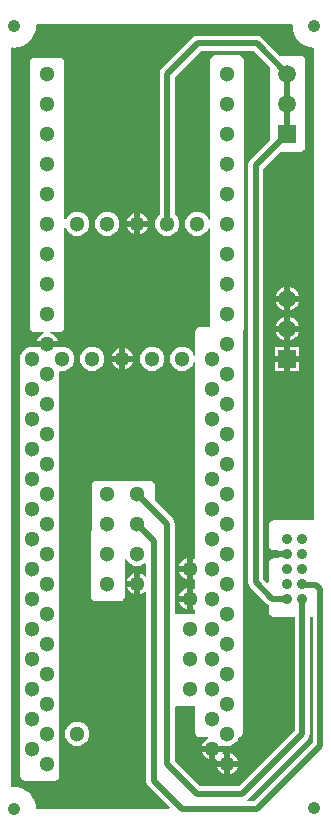
<source format=gbl>
G04 Layer_Physical_Order=2*
G04 Layer_Color=16711680*
%FSLAX25Y25*%
%MOIN*%
G70*
G01*
G75*
%ADD11C,0.02000*%
%ADD12C,0.03543*%
%ADD13C,0.05118*%
%ADD14R,0.05906X0.05906*%
%ADD15C,0.05906*%
%ADD16C,0.04200*%
G36*
X101478Y-8268D02*
X101814Y-8638D01*
X101768Y-9098D01*
X101907Y-10512D01*
X102320Y-11870D01*
X102989Y-13123D01*
X103890Y-14220D01*
X104988Y-15121D01*
X106240Y-15791D01*
X107599Y-16203D01*
X109012Y-16342D01*
X109012Y-173864D01*
X95374D01*
X94789Y-173981D01*
X94293Y-174312D01*
X93961Y-174808D01*
X93845Y-175394D01*
Y-182185D01*
X93961Y-182770D01*
X94293Y-183266D01*
X94789Y-183598D01*
X95374Y-183714D01*
X97063D01*
X97254Y-184000D01*
X99980D01*
Y-186000D01*
X97354D01*
X97045Y-186463D01*
X95374D01*
X94789Y-186579D01*
X94293Y-186911D01*
X93961Y-187407D01*
X93845Y-187992D01*
Y-194508D01*
X93383Y-194699D01*
X92018Y-193334D01*
Y-56568D01*
X97603Y-50982D01*
X104433D01*
X105018Y-50866D01*
X105515Y-50534D01*
X105846Y-50038D01*
X105962Y-49453D01*
Y-20472D01*
X105846Y-19887D01*
X105515Y-19391D01*
X105018Y-19060D01*
X104433Y-18943D01*
X97528D01*
X91645Y-13060D01*
X90818Y-12507D01*
X89842Y-12313D01*
X70118D01*
X69143Y-12507D01*
X68316Y-13060D01*
X58178Y-23198D01*
X57625Y-24024D01*
X57431Y-25000D01*
Y-71840D01*
X57085Y-72105D01*
X56435Y-72953D01*
X56026Y-73940D01*
X55886Y-75000D01*
X56026Y-76060D01*
X56435Y-77047D01*
X57085Y-77895D01*
X57933Y-78546D01*
X58921Y-78955D01*
X59980Y-79094D01*
X61040Y-78955D01*
X62027Y-78546D01*
X62875Y-77895D01*
X63526Y-77047D01*
X63935Y-76060D01*
X64074Y-75000D01*
X63935Y-73940D01*
X63526Y-72953D01*
X62875Y-72105D01*
X62529Y-71840D01*
Y-26056D01*
X71174Y-17411D01*
X88787D01*
X94337Y-22961D01*
Y-47039D01*
X87666Y-53709D01*
X87113Y-54536D01*
X86919Y-55512D01*
Y-194390D01*
X87113Y-195365D01*
X87666Y-196192D01*
X93276Y-201802D01*
X93845Y-202182D01*
Y-204429D01*
X93961Y-205014D01*
X94293Y-205511D01*
X94789Y-205842D01*
X95374Y-205959D01*
X102431D01*
Y-243944D01*
X83925Y-262451D01*
X71036D01*
X62529Y-253944D01*
Y-236105D01*
X63029Y-235730D01*
X63287Y-235781D01*
X69411D01*
Y-244685D01*
X69527Y-245270D01*
X69858Y-245766D01*
X70355Y-246098D01*
X70940Y-246214D01*
X73513D01*
X73612Y-246714D01*
X73185Y-246891D01*
X72442Y-247462D01*
X71872Y-248205D01*
X71542Y-249000D01*
X74980D01*
X78853D01*
X78912Y-248951D01*
X78921Y-248955D01*
X79980Y-249094D01*
X81040Y-248955D01*
X82027Y-248546D01*
X82875Y-247895D01*
X83526Y-247047D01*
X83898Y-246148D01*
X84148Y-246098D01*
X84644Y-245766D01*
X84976Y-245270D01*
X85092Y-244685D01*
Y-110925D01*
X85087Y-110900D01*
X85338Y-110526D01*
X85454Y-109941D01*
Y-20374D01*
X85338Y-19789D01*
X85006Y-19293D01*
X84510Y-18961D01*
X83925Y-18845D01*
X75886D01*
X75301Y-18961D01*
X74804Y-19293D01*
X74473Y-19789D01*
X74356Y-20374D01*
Y-73651D01*
X73856Y-73751D01*
X73526Y-72953D01*
X72875Y-72105D01*
X72027Y-71454D01*
X71040Y-71045D01*
X69980Y-70906D01*
X68921Y-71045D01*
X67933Y-71454D01*
X67085Y-72105D01*
X66435Y-72953D01*
X66026Y-73940D01*
X65886Y-75000D01*
X66026Y-76060D01*
X66435Y-77047D01*
X67085Y-77895D01*
X67933Y-78546D01*
X68921Y-78955D01*
X69980Y-79094D01*
X71040Y-78955D01*
X72027Y-78546D01*
X72875Y-77895D01*
X73526Y-77047D01*
X73856Y-76249D01*
X74356Y-76349D01*
Y-109396D01*
X70940D01*
X70355Y-109512D01*
X69858Y-109844D01*
X69527Y-110340D01*
X69411Y-110925D01*
Y-118840D01*
X68935Y-118940D01*
X68526Y-117953D01*
X67875Y-117105D01*
X67027Y-116454D01*
X66040Y-116045D01*
X64980Y-115906D01*
X63921Y-116045D01*
X62933Y-116454D01*
X62085Y-117105D01*
X61435Y-117953D01*
X61026Y-118940D01*
X60886Y-120000D01*
X61026Y-121060D01*
X61435Y-122047D01*
X62085Y-122895D01*
X62933Y-123546D01*
X63921Y-123955D01*
X64980Y-124094D01*
X66040Y-123955D01*
X67027Y-123546D01*
X67875Y-122895D01*
X68526Y-122047D01*
X68935Y-121060D01*
X69411Y-121160D01*
Y-186406D01*
X68910Y-186740D01*
X68480Y-186562D01*
Y-190000D01*
Y-193438D01*
X68910Y-193260D01*
X69411Y-193594D01*
Y-196406D01*
X68910Y-196740D01*
X68480Y-196562D01*
Y-200000D01*
Y-203438D01*
X68910Y-203260D01*
X69411Y-203594D01*
Y-204925D01*
X63287D01*
X63029Y-204976D01*
X62529Y-204601D01*
Y-175000D01*
X62335Y-174024D01*
X61783Y-173198D01*
X55860Y-167275D01*
Y-162106D01*
X55744Y-161521D01*
X55412Y-161025D01*
X54916Y-160693D01*
X54331Y-160577D01*
X36417D01*
X35832Y-160693D01*
X35336Y-161025D01*
X35004Y-161521D01*
X34888Y-162106D01*
Y-177051D01*
X34611Y-177466D01*
X34494Y-178051D01*
Y-199311D01*
X34611Y-199896D01*
X34942Y-200393D01*
X35438Y-200724D01*
X36024Y-200840D01*
X44256D01*
X44841Y-200724D01*
X45337Y-200393D01*
X45669Y-199896D01*
X45785Y-199311D01*
Y-186785D01*
X46285Y-186685D01*
X46435Y-187047D01*
X47085Y-187895D01*
X47933Y-188546D01*
X48921Y-188955D01*
X49980Y-189094D01*
X51040Y-188955D01*
X52027Y-188546D01*
X52581Y-188121D01*
X53081Y-188367D01*
Y-192417D01*
X52608Y-192577D01*
X52519Y-192462D01*
X51775Y-191891D01*
X50980Y-191562D01*
Y-195000D01*
Y-198438D01*
X51775Y-198109D01*
X52519Y-197538D01*
X52608Y-197423D01*
X53081Y-197583D01*
Y-260650D01*
X53275Y-261625D01*
X53828Y-262452D01*
X60914Y-269538D01*
X60722Y-270000D01*
X16224Y-270000D01*
X16224Y-270000D01*
X16085Y-268587D01*
X15673Y-267228D01*
X15003Y-265976D01*
X14102Y-264878D01*
X13005Y-263977D01*
X11752Y-263308D01*
X10393Y-262896D01*
X8980Y-262756D01*
X8146Y-262839D01*
X7776Y-262503D01*
X7776Y-16497D01*
X8146Y-16161D01*
X8980Y-16243D01*
X10393Y-16104D01*
X11752Y-15692D01*
X13005Y-15023D01*
X14102Y-14122D01*
X15003Y-13024D01*
X15673Y-11772D01*
X16085Y-10413D01*
X16224Y-9000D01*
X16188Y-8638D01*
X16524Y-8268D01*
X101478Y-8268D01*
D02*
G37*
G36*
X108431Y-247944D02*
X88846Y-267530D01*
X86594D01*
X86442Y-267030D01*
X86783Y-266802D01*
X106783Y-246802D01*
X107335Y-245975D01*
X107529Y-245000D01*
Y-205959D01*
X108431D01*
Y-247944D01*
D02*
G37*
%LPC*%
G36*
X66480Y-186562D02*
X65685Y-186891D01*
X64942Y-187462D01*
X64372Y-188205D01*
X64042Y-189000D01*
X66480D01*
Y-186562D01*
D02*
G37*
G36*
Y-191000D02*
X64042D01*
X64372Y-191795D01*
X64942Y-192538D01*
X65685Y-193109D01*
X66480Y-193438D01*
Y-191000D01*
D02*
G37*
G36*
X48980Y-191562D02*
X48185Y-191891D01*
X47442Y-192462D01*
X46872Y-193205D01*
X46542Y-194000D01*
X48980D01*
Y-191562D01*
D02*
G37*
G36*
X34980Y-115906D02*
X33921Y-116045D01*
X32933Y-116454D01*
X32085Y-117105D01*
X31435Y-117953D01*
X31026Y-118940D01*
X30886Y-120000D01*
X31026Y-121060D01*
X31435Y-122047D01*
X32085Y-122895D01*
X32933Y-123546D01*
X33921Y-123955D01*
X34980Y-124094D01*
X36040Y-123955D01*
X37027Y-123546D01*
X37875Y-122895D01*
X38526Y-122047D01*
X38935Y-121060D01*
X39074Y-120000D01*
X38935Y-118940D01*
X38526Y-117953D01*
X37875Y-117105D01*
X37027Y-116454D01*
X36040Y-116045D01*
X34980Y-115906D01*
D02*
G37*
G36*
X103933Y-121000D02*
X100980D01*
Y-123953D01*
X103933D01*
Y-121000D01*
D02*
G37*
G36*
X48418D02*
X45980D01*
Y-123438D01*
X46775Y-123109D01*
X47519Y-122538D01*
X48089Y-121795D01*
X48418Y-121000D01*
D02*
G37*
G36*
X54980Y-115906D02*
X53921Y-116045D01*
X52933Y-116454D01*
X52085Y-117105D01*
X51435Y-117953D01*
X51026Y-118940D01*
X50886Y-120000D01*
X51026Y-121060D01*
X51435Y-122047D01*
X52085Y-122895D01*
X52933Y-123546D01*
X53921Y-123955D01*
X54980Y-124094D01*
X56040Y-123955D01*
X57027Y-123546D01*
X57875Y-122895D01*
X58526Y-122047D01*
X58935Y-121060D01*
X59074Y-120000D01*
X58935Y-118940D01*
X58526Y-117953D01*
X57875Y-117105D01*
X57027Y-116454D01*
X56040Y-116045D01*
X54980Y-115906D01*
D02*
G37*
G36*
X98980Y-121000D02*
X96028D01*
Y-123953D01*
X98980D01*
Y-121000D01*
D02*
G37*
G36*
X78418Y-251000D02*
X75980D01*
Y-253438D01*
X76286Y-253311D01*
X76669Y-253694D01*
X76542Y-254000D01*
X78980D01*
Y-251562D01*
X78674Y-251689D01*
X78292Y-251306D01*
X78418Y-251000D01*
D02*
G37*
G36*
X80980Y-251562D02*
Y-254000D01*
X83418D01*
X83089Y-253205D01*
X82519Y-252462D01*
X81775Y-251891D01*
X80980Y-251562D01*
D02*
G37*
G36*
X83418Y-256000D02*
X80980D01*
Y-258438D01*
X81775Y-258109D01*
X82519Y-257538D01*
X83089Y-256795D01*
X83418Y-256000D01*
D02*
G37*
G36*
X78980D02*
X76542D01*
X76872Y-256795D01*
X77442Y-257538D01*
X78185Y-258109D01*
X78980Y-258438D01*
Y-256000D01*
D02*
G37*
G36*
X73980Y-251000D02*
X71542D01*
X71872Y-251795D01*
X72442Y-252538D01*
X73185Y-253109D01*
X73980Y-253438D01*
Y-251000D01*
D02*
G37*
G36*
X66480Y-196562D02*
X65685Y-196891D01*
X64942Y-197462D01*
X64372Y-198205D01*
X64042Y-199000D01*
X66480D01*
Y-196562D01*
D02*
G37*
G36*
X48980Y-196000D02*
X46542D01*
X46872Y-196795D01*
X47442Y-197538D01*
X48185Y-198109D01*
X48980Y-198438D01*
Y-196000D01*
D02*
G37*
G36*
X29980Y-240906D02*
X28921Y-241045D01*
X27933Y-241454D01*
X27085Y-242105D01*
X26435Y-242953D01*
X26026Y-243940D01*
X25886Y-245000D01*
X26026Y-246060D01*
X26435Y-247047D01*
X27085Y-247895D01*
X27933Y-248546D01*
X28921Y-248955D01*
X29980Y-249094D01*
X31040Y-248955D01*
X32027Y-248546D01*
X32875Y-247895D01*
X33526Y-247047D01*
X33935Y-246060D01*
X34074Y-245000D01*
X33935Y-243940D01*
X33526Y-242953D01*
X32875Y-242105D01*
X32027Y-241454D01*
X31040Y-241045D01*
X29980Y-240906D01*
D02*
G37*
G36*
X66480Y-201000D02*
X64042D01*
X64372Y-201795D01*
X64942Y-202538D01*
X65685Y-203109D01*
X66480Y-203438D01*
Y-201000D01*
D02*
G37*
G36*
X43980Y-121000D02*
X41542D01*
X41872Y-121795D01*
X42442Y-122538D01*
X43185Y-123109D01*
X43980Y-123438D01*
Y-121000D01*
D02*
G37*
G36*
X100980Y-96145D02*
Y-99000D01*
X103835D01*
X103831Y-98968D01*
X103433Y-98007D01*
X102799Y-97181D01*
X101974Y-96547D01*
X101012Y-96149D01*
X100980Y-96145D01*
D02*
G37*
G36*
X24114Y-19632D02*
X15748D01*
X15163Y-19748D01*
X14667Y-20080D01*
X14335Y-20576D01*
X14219Y-21161D01*
Y-109512D01*
X14335Y-110098D01*
X14667Y-110594D01*
X15163Y-110925D01*
X15748Y-111042D01*
X18978D01*
X19051Y-111533D01*
X18185Y-111891D01*
X17442Y-112462D01*
X16872Y-113205D01*
X16542Y-114000D01*
X19980D01*
X23418D01*
X23089Y-113205D01*
X22519Y-112462D01*
X21775Y-111891D01*
X20909Y-111533D01*
X20983Y-111042D01*
X24114D01*
X24699Y-110925D01*
X25196Y-110594D01*
X25527Y-110098D01*
X25644Y-109512D01*
Y-76444D01*
X26144Y-76344D01*
X26435Y-77047D01*
X27085Y-77895D01*
X27933Y-78546D01*
X28921Y-78955D01*
X29980Y-79094D01*
X31040Y-78955D01*
X32027Y-78546D01*
X32875Y-77895D01*
X33526Y-77047D01*
X33935Y-76060D01*
X34074Y-75000D01*
X33935Y-73940D01*
X33526Y-72953D01*
X32875Y-72105D01*
X32027Y-71454D01*
X31040Y-71045D01*
X29980Y-70906D01*
X28921Y-71045D01*
X27933Y-71454D01*
X27085Y-72105D01*
X26435Y-72953D01*
X26144Y-73656D01*
X25644Y-73556D01*
Y-21161D01*
X25527Y-20576D01*
X25196Y-20080D01*
X24699Y-19748D01*
X24114Y-19632D01*
D02*
G37*
G36*
X98980Y-101000D02*
X96125D01*
X96129Y-101032D01*
X96528Y-101993D01*
X97161Y-102819D01*
X97987Y-103453D01*
X98948Y-103851D01*
X98980Y-103855D01*
Y-101000D01*
D02*
G37*
G36*
Y-96145D02*
X98948Y-96149D01*
X97987Y-96547D01*
X97161Y-97181D01*
X96528Y-98007D01*
X96129Y-98968D01*
X96125Y-99000D01*
X98980D01*
Y-96145D01*
D02*
G37*
G36*
X39980Y-70906D02*
X38921Y-71045D01*
X37933Y-71454D01*
X37085Y-72105D01*
X36435Y-72953D01*
X36026Y-73940D01*
X35886Y-75000D01*
X36026Y-76060D01*
X36435Y-77047D01*
X37085Y-77895D01*
X37933Y-78546D01*
X38921Y-78955D01*
X39980Y-79094D01*
X41040Y-78955D01*
X42027Y-78546D01*
X42875Y-77895D01*
X43526Y-77047D01*
X43935Y-76060D01*
X44074Y-75000D01*
X43935Y-73940D01*
X43526Y-72953D01*
X42875Y-72105D01*
X42027Y-71454D01*
X41040Y-71045D01*
X39980Y-70906D01*
D02*
G37*
G36*
X48980Y-71562D02*
X48185Y-71891D01*
X47442Y-72462D01*
X46872Y-73205D01*
X46542Y-74000D01*
X48980D01*
Y-71562D01*
D02*
G37*
G36*
X50980Y-71562D02*
Y-74000D01*
X53418D01*
X53089Y-73205D01*
X52519Y-72462D01*
X51775Y-71891D01*
X50980Y-71562D01*
D02*
G37*
G36*
X53418Y-76000D02*
X50980D01*
Y-78438D01*
X51775Y-78109D01*
X52519Y-77538D01*
X53089Y-76795D01*
X53418Y-76000D01*
D02*
G37*
G36*
X48980D02*
X46542D01*
X46872Y-76795D01*
X47442Y-77538D01*
X48185Y-78109D01*
X48980Y-78438D01*
Y-76000D01*
D02*
G37*
G36*
X103835Y-101000D02*
X100980D01*
Y-103855D01*
X101012Y-103851D01*
X101974Y-103453D01*
X102799Y-102819D01*
X103433Y-101993D01*
X103831Y-101032D01*
X103835Y-101000D01*
D02*
G37*
G36*
X45980Y-116562D02*
Y-119000D01*
X48418D01*
X48089Y-118205D01*
X47519Y-117462D01*
X46775Y-116891D01*
X45980Y-116562D01*
D02*
G37*
G36*
X103933Y-116047D02*
X100980D01*
Y-119000D01*
X103933D01*
Y-116047D01*
D02*
G37*
G36*
X98980D02*
X96028D01*
Y-119000D01*
X98980D01*
Y-116047D01*
D02*
G37*
G36*
X43980Y-116562D02*
X43185Y-116891D01*
X42442Y-117462D01*
X41872Y-118205D01*
X41542Y-119000D01*
X43980D01*
Y-116562D01*
D02*
G37*
G36*
X24980Y-115906D02*
X23921Y-116045D01*
X23912Y-116049D01*
X23853Y-116000D01*
X19980D01*
X16107D01*
X16049Y-116049D01*
X16040Y-116045D01*
X14980Y-115906D01*
X13921Y-116045D01*
X12933Y-116454D01*
X12085Y-117105D01*
X11435Y-117953D01*
X11026Y-118940D01*
X10886Y-120000D01*
X11026Y-121060D01*
X11069Y-121164D01*
Y-128836D01*
X11026Y-128940D01*
X10886Y-130000D01*
X11026Y-131060D01*
X11069Y-131164D01*
Y-138836D01*
X11026Y-138940D01*
X10886Y-140000D01*
X11026Y-141060D01*
X11069Y-141164D01*
Y-148836D01*
X11026Y-148940D01*
X10886Y-150000D01*
X11026Y-151060D01*
X11069Y-151164D01*
Y-158836D01*
X11026Y-158940D01*
X10886Y-160000D01*
X11026Y-161060D01*
X11069Y-161164D01*
Y-168836D01*
X11026Y-168940D01*
X10886Y-170000D01*
X11026Y-171060D01*
X11069Y-171164D01*
Y-178836D01*
X11026Y-178940D01*
X10886Y-180000D01*
X11026Y-181060D01*
X11069Y-181164D01*
Y-188836D01*
X11026Y-188940D01*
X10886Y-190000D01*
X11026Y-191060D01*
X11069Y-191164D01*
Y-198836D01*
X11026Y-198940D01*
X10886Y-200000D01*
X11026Y-201060D01*
X11069Y-201164D01*
Y-208836D01*
X11026Y-208940D01*
X10886Y-210000D01*
X11026Y-211060D01*
X11069Y-211164D01*
Y-218836D01*
X11026Y-218940D01*
X10886Y-220000D01*
X11026Y-221060D01*
X11069Y-221164D01*
Y-228836D01*
X11026Y-228940D01*
X10886Y-230000D01*
X11026Y-231060D01*
X11069Y-231164D01*
Y-238836D01*
X11026Y-238940D01*
X10886Y-240000D01*
X11026Y-241060D01*
X11069Y-241164D01*
Y-248836D01*
X11026Y-248940D01*
X10886Y-250000D01*
X11026Y-251060D01*
X11069Y-251164D01*
Y-259055D01*
X11186Y-259640D01*
X11517Y-260137D01*
X12013Y-260468D01*
X12598Y-260584D01*
X22539D01*
X23125Y-260468D01*
X23621Y-260137D01*
X23952Y-259640D01*
X24069Y-259055D01*
Y-255043D01*
X24074Y-255000D01*
X24069Y-254957D01*
Y-245043D01*
X24074Y-245000D01*
X24069Y-244957D01*
Y-235043D01*
X24074Y-235000D01*
X24069Y-234957D01*
Y-225043D01*
X24074Y-225000D01*
X24069Y-224957D01*
Y-215043D01*
X24074Y-215000D01*
X24069Y-214957D01*
Y-205043D01*
X24074Y-205000D01*
X24069Y-204957D01*
Y-195043D01*
X24074Y-195000D01*
X24069Y-194957D01*
Y-185043D01*
X24074Y-185000D01*
X24069Y-184957D01*
Y-175043D01*
X24074Y-175000D01*
X24069Y-174957D01*
Y-165043D01*
X24074Y-165000D01*
X24069Y-164957D01*
Y-155043D01*
X24074Y-155000D01*
X24069Y-154957D01*
Y-145043D01*
X24074Y-145000D01*
X24069Y-144957D01*
Y-135043D01*
X24074Y-135000D01*
X24069Y-134957D01*
Y-125043D01*
X24074Y-125000D01*
X24069Y-124957D01*
Y-124353D01*
X24445Y-124024D01*
X24980Y-124094D01*
X26040Y-123955D01*
X27027Y-123546D01*
X27875Y-122895D01*
X28526Y-122047D01*
X28935Y-121060D01*
X29074Y-120000D01*
X28935Y-118940D01*
X28526Y-117953D01*
X27875Y-117105D01*
X27027Y-116454D01*
X26040Y-116045D01*
X24980Y-115906D01*
D02*
G37*
G36*
X98980Y-106145D02*
X98948Y-106149D01*
X97987Y-106547D01*
X97161Y-107181D01*
X96528Y-108007D01*
X96129Y-108968D01*
X96125Y-109000D01*
X98980D01*
Y-106145D01*
D02*
G37*
G36*
X100980D02*
Y-109000D01*
X103835D01*
X103831Y-108968D01*
X103433Y-108007D01*
X102799Y-107181D01*
X101974Y-106547D01*
X101012Y-106149D01*
X100980Y-106145D01*
D02*
G37*
G36*
X103835Y-111000D02*
X100980D01*
Y-113855D01*
X101012Y-113851D01*
X101974Y-113453D01*
X102799Y-112819D01*
X103433Y-111993D01*
X103831Y-111032D01*
X103835Y-111000D01*
D02*
G37*
G36*
X98980D02*
X96125D01*
X96129Y-111032D01*
X96528Y-111993D01*
X97161Y-112819D01*
X97987Y-113453D01*
X98948Y-113851D01*
X98980Y-113855D01*
Y-111000D01*
D02*
G37*
%LPD*%
D11*
X89902Y-270079D02*
X110980Y-249000D01*
X65059Y-270079D02*
X89902D01*
X55630Y-260650D02*
X65059Y-270079D01*
X89468Y-55512D02*
X99980Y-45000D01*
X89468Y-194390D02*
Y-55512D01*
Y-194390D02*
X95079Y-200000D01*
X99980D01*
X89842Y-14862D02*
X99980Y-25000D01*
X70118Y-14862D02*
X89842D01*
X59980Y-25000D02*
X70118Y-14862D01*
X104980Y-245000D02*
Y-200000D01*
X84980Y-265000D02*
X104980Y-245000D01*
X69980Y-265000D02*
X84980D01*
X99980Y-35000D02*
Y-25000D01*
Y-45000D02*
Y-35000D01*
X59980Y-75000D02*
Y-25000D01*
X109547Y-195433D02*
X110980Y-196866D01*
Y-249000D02*
Y-196866D01*
X105413Y-195433D02*
X109547D01*
X104980Y-195000D02*
X105413Y-195433D01*
X55630Y-260650D02*
Y-180650D01*
X59980Y-255000D02*
X69980Y-265000D01*
X59980Y-255000D02*
Y-175000D01*
X49980D02*
X55630Y-180650D01*
X49980Y-165000D02*
X59980Y-175000D01*
D12*
X104980Y-180000D02*
D03*
X99980D02*
D03*
Y-185000D02*
D03*
Y-190000D02*
D03*
Y-195000D02*
D03*
Y-200000D02*
D03*
X104980D02*
D03*
Y-195000D02*
D03*
Y-190000D02*
D03*
Y-185000D02*
D03*
D13*
X49980Y-165000D02*
D03*
Y-175000D02*
D03*
Y-185000D02*
D03*
Y-195000D02*
D03*
X29980Y-245000D02*
D03*
X19980Y-25000D02*
D03*
Y-35000D02*
D03*
Y-45000D02*
D03*
Y-55000D02*
D03*
Y-65000D02*
D03*
Y-75000D02*
D03*
Y-85000D02*
D03*
Y-95000D02*
D03*
Y-105000D02*
D03*
Y-115000D02*
D03*
Y-255000D02*
D03*
Y-245000D02*
D03*
Y-235000D02*
D03*
Y-225000D02*
D03*
Y-215000D02*
D03*
Y-205000D02*
D03*
Y-195000D02*
D03*
Y-185000D02*
D03*
Y-175000D02*
D03*
Y-165000D02*
D03*
Y-155000D02*
D03*
Y-145000D02*
D03*
Y-135000D02*
D03*
Y-125000D02*
D03*
X79980D02*
D03*
Y-135000D02*
D03*
Y-145000D02*
D03*
Y-155000D02*
D03*
Y-165000D02*
D03*
Y-175000D02*
D03*
Y-185000D02*
D03*
Y-195000D02*
D03*
Y-205000D02*
D03*
Y-215000D02*
D03*
Y-225000D02*
D03*
Y-235000D02*
D03*
Y-245000D02*
D03*
Y-255000D02*
D03*
Y-115000D02*
D03*
Y-105000D02*
D03*
Y-95000D02*
D03*
Y-85000D02*
D03*
Y-75000D02*
D03*
Y-65000D02*
D03*
Y-55000D02*
D03*
Y-45000D02*
D03*
Y-35000D02*
D03*
Y-25000D02*
D03*
X69980Y-75000D02*
D03*
X59980D02*
D03*
X49980D02*
D03*
X39980D02*
D03*
X29980D02*
D03*
X67480Y-230000D02*
D03*
Y-220000D02*
D03*
Y-210000D02*
D03*
Y-200000D02*
D03*
Y-190000D02*
D03*
X39980Y-195000D02*
D03*
Y-165000D02*
D03*
Y-175000D02*
D03*
Y-185000D02*
D03*
X74980Y-250000D02*
D03*
Y-240000D02*
D03*
Y-230000D02*
D03*
Y-220000D02*
D03*
Y-210000D02*
D03*
Y-200000D02*
D03*
Y-190000D02*
D03*
Y-180000D02*
D03*
Y-170000D02*
D03*
Y-160000D02*
D03*
Y-150000D02*
D03*
Y-140000D02*
D03*
Y-130000D02*
D03*
Y-120000D02*
D03*
X64980D02*
D03*
X54980D02*
D03*
X44980D02*
D03*
X34980D02*
D03*
X24980D02*
D03*
X14980D02*
D03*
Y-130000D02*
D03*
Y-140000D02*
D03*
Y-150000D02*
D03*
Y-160000D02*
D03*
Y-170000D02*
D03*
Y-180000D02*
D03*
Y-190000D02*
D03*
Y-200000D02*
D03*
Y-210000D02*
D03*
Y-220000D02*
D03*
Y-230000D02*
D03*
Y-240000D02*
D03*
Y-250000D02*
D03*
D14*
X99980Y-120000D02*
D03*
Y-45000D02*
D03*
D15*
Y-110000D02*
D03*
Y-100000D02*
D03*
Y-35000D02*
D03*
Y-25000D02*
D03*
D16*
X109012Y-269642D02*
D03*
Y-9098D02*
D03*
X8980Y-270000D02*
D03*
Y-9000D02*
D03*
M02*

</source>
